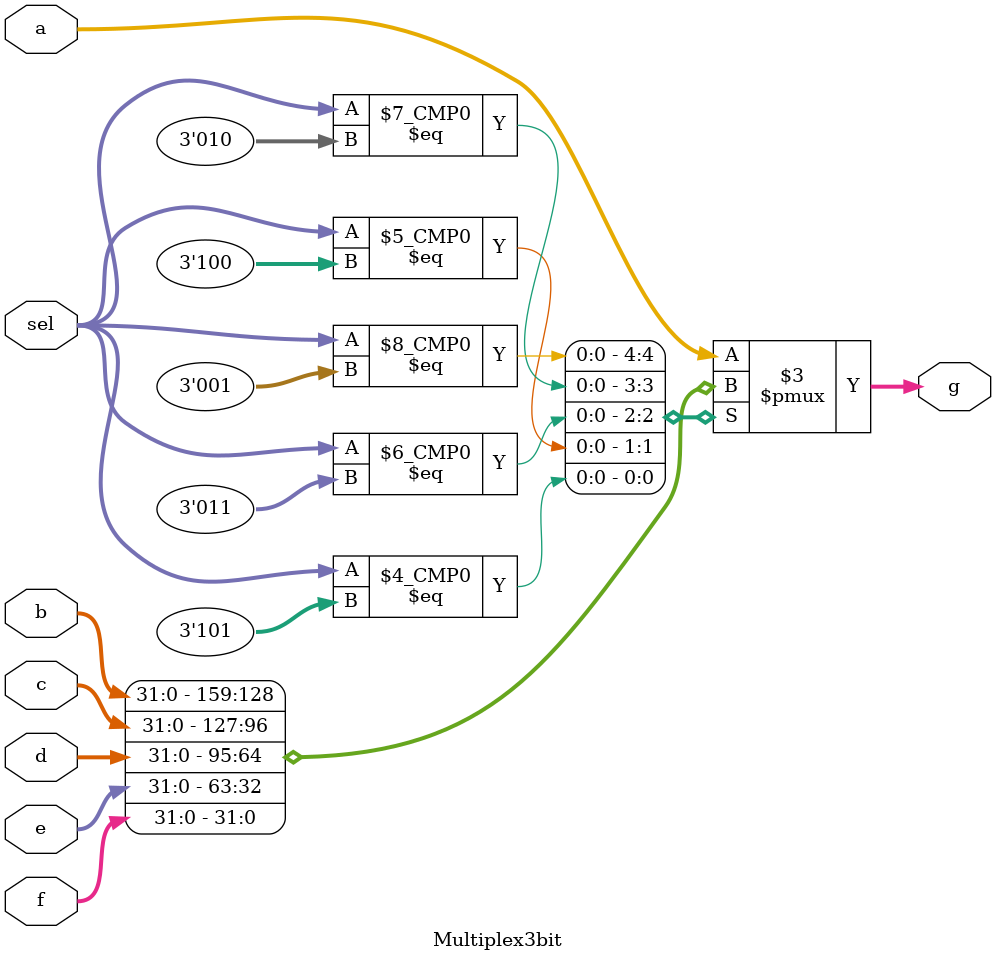
<source format=sv>
module Multiplex3bit (output logic [31:0] g,
			input logic [31:0] a,b,c,d,e,f,
			input logic [2:0] sel);
			
			
		always @ (sel)
		begin
			case(sel)
			3'b000:begin
			g = a;
			end
			3'b001:begin
			g = b;
			end
			3'b010:begin
			g = c;
			end
			3'b011:begin
			g = d;
			end
			3'b100:begin
			g = e;
			end
			3'b101:begin
			g = f;
			end
			default: g = a;
		endcase
		end
			endmodule:Multiplex3bit
</source>
